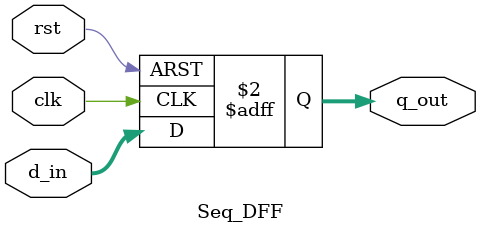
<source format=sv>
module Seq_DFF (
    output reg [7:0] q_out,
    input wire clk,
    input wire rst,
    input wire [7:0] d_in
);
    always_ff @(posedge clk or posedge rst) begin
        if (rst) begin
            q_out <= 8'b0;
        end else begin
            q_out <= d_in;
        end
    end
endmodule


</source>
